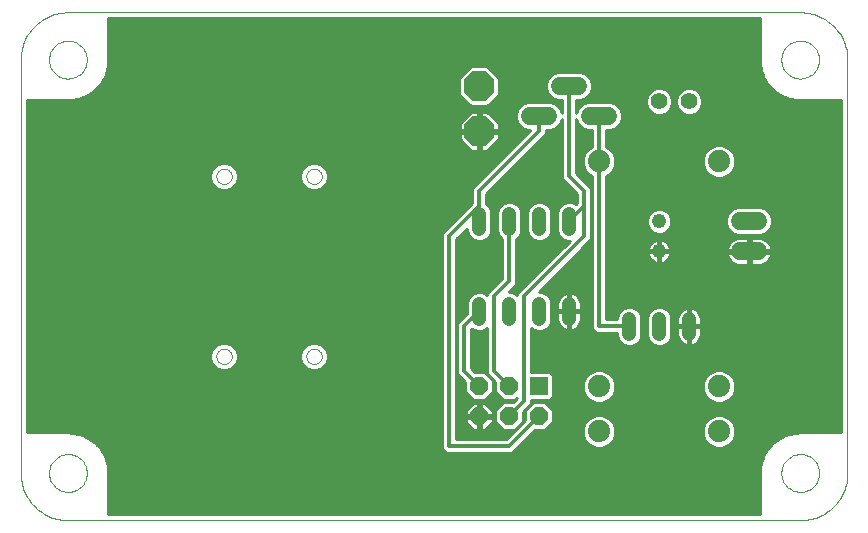
<source format=gtl>
G75*
%MOIN*%
%OFA0B0*%
%FSLAX24Y24*%
%IPPOS*%
%LPD*%
%AMOC8*
5,1,8,0,0,1.08239X$1,22.5*
%
%ADD10C,0.0000*%
%ADD11C,0.0740*%
%ADD12C,0.0480*%
%ADD13C,0.0480*%
%ADD14C,0.0551*%
%ADD15OC8,0.1000*%
%ADD16C,0.0600*%
%ADD17R,0.0600X0.0600*%
%ADD18OC8,0.0600*%
%ADD19C,0.0130*%
%ADD20C,0.0100*%
D10*
X006284Y003416D02*
X030694Y003416D01*
X030064Y004990D02*
X030066Y005040D01*
X030072Y005090D01*
X030082Y005139D01*
X030096Y005187D01*
X030113Y005234D01*
X030134Y005279D01*
X030159Y005323D01*
X030187Y005364D01*
X030219Y005403D01*
X030253Y005440D01*
X030290Y005474D01*
X030330Y005504D01*
X030372Y005531D01*
X030416Y005555D01*
X030462Y005576D01*
X030509Y005592D01*
X030557Y005605D01*
X030607Y005614D01*
X030656Y005619D01*
X030707Y005620D01*
X030757Y005617D01*
X030806Y005610D01*
X030855Y005599D01*
X030903Y005584D01*
X030949Y005566D01*
X030994Y005544D01*
X031037Y005518D01*
X031078Y005489D01*
X031117Y005457D01*
X031153Y005422D01*
X031185Y005384D01*
X031215Y005344D01*
X031242Y005301D01*
X031265Y005257D01*
X031284Y005211D01*
X031300Y005163D01*
X031312Y005114D01*
X031320Y005065D01*
X031324Y005015D01*
X031324Y004965D01*
X031320Y004915D01*
X031312Y004866D01*
X031300Y004817D01*
X031284Y004769D01*
X031265Y004723D01*
X031242Y004679D01*
X031215Y004636D01*
X031185Y004596D01*
X031153Y004558D01*
X031117Y004523D01*
X031078Y004491D01*
X031037Y004462D01*
X030994Y004436D01*
X030949Y004414D01*
X030903Y004396D01*
X030855Y004381D01*
X030806Y004370D01*
X030757Y004363D01*
X030707Y004360D01*
X030656Y004361D01*
X030607Y004366D01*
X030557Y004375D01*
X030509Y004388D01*
X030462Y004404D01*
X030416Y004425D01*
X030372Y004449D01*
X030330Y004476D01*
X030290Y004506D01*
X030253Y004540D01*
X030219Y004577D01*
X030187Y004616D01*
X030159Y004657D01*
X030134Y004701D01*
X030113Y004746D01*
X030096Y004793D01*
X030082Y004841D01*
X030072Y004890D01*
X030066Y004940D01*
X030064Y004990D01*
X030694Y003415D02*
X030771Y003417D01*
X030848Y003423D01*
X030925Y003432D01*
X031001Y003445D01*
X031077Y003462D01*
X031151Y003483D01*
X031225Y003507D01*
X031297Y003535D01*
X031367Y003566D01*
X031436Y003601D01*
X031504Y003639D01*
X031569Y003680D01*
X031632Y003725D01*
X031693Y003773D01*
X031752Y003823D01*
X031808Y003876D01*
X031861Y003932D01*
X031911Y003991D01*
X031959Y004052D01*
X032004Y004115D01*
X032045Y004180D01*
X032083Y004248D01*
X032118Y004317D01*
X032149Y004387D01*
X032177Y004459D01*
X032201Y004533D01*
X032222Y004607D01*
X032239Y004683D01*
X032252Y004759D01*
X032261Y004836D01*
X032267Y004913D01*
X032269Y004990D01*
X032269Y018770D01*
X030064Y018770D02*
X030066Y018820D01*
X030072Y018870D01*
X030082Y018919D01*
X030096Y018967D01*
X030113Y019014D01*
X030134Y019059D01*
X030159Y019103D01*
X030187Y019144D01*
X030219Y019183D01*
X030253Y019220D01*
X030290Y019254D01*
X030330Y019284D01*
X030372Y019311D01*
X030416Y019335D01*
X030462Y019356D01*
X030509Y019372D01*
X030557Y019385D01*
X030607Y019394D01*
X030656Y019399D01*
X030707Y019400D01*
X030757Y019397D01*
X030806Y019390D01*
X030855Y019379D01*
X030903Y019364D01*
X030949Y019346D01*
X030994Y019324D01*
X031037Y019298D01*
X031078Y019269D01*
X031117Y019237D01*
X031153Y019202D01*
X031185Y019164D01*
X031215Y019124D01*
X031242Y019081D01*
X031265Y019037D01*
X031284Y018991D01*
X031300Y018943D01*
X031312Y018894D01*
X031320Y018845D01*
X031324Y018795D01*
X031324Y018745D01*
X031320Y018695D01*
X031312Y018646D01*
X031300Y018597D01*
X031284Y018549D01*
X031265Y018503D01*
X031242Y018459D01*
X031215Y018416D01*
X031185Y018376D01*
X031153Y018338D01*
X031117Y018303D01*
X031078Y018271D01*
X031037Y018242D01*
X030994Y018216D01*
X030949Y018194D01*
X030903Y018176D01*
X030855Y018161D01*
X030806Y018150D01*
X030757Y018143D01*
X030707Y018140D01*
X030656Y018141D01*
X030607Y018146D01*
X030557Y018155D01*
X030509Y018168D01*
X030462Y018184D01*
X030416Y018205D01*
X030372Y018229D01*
X030330Y018256D01*
X030290Y018286D01*
X030253Y018320D01*
X030219Y018357D01*
X030187Y018396D01*
X030159Y018437D01*
X030134Y018481D01*
X030113Y018526D01*
X030096Y018573D01*
X030082Y018621D01*
X030072Y018670D01*
X030066Y018720D01*
X030064Y018770D01*
X030694Y020345D02*
X030771Y020343D01*
X030848Y020337D01*
X030925Y020328D01*
X031001Y020315D01*
X031077Y020298D01*
X031151Y020277D01*
X031225Y020253D01*
X031297Y020225D01*
X031367Y020194D01*
X031436Y020159D01*
X031504Y020121D01*
X031569Y020080D01*
X031632Y020035D01*
X031693Y019987D01*
X031752Y019937D01*
X031808Y019884D01*
X031861Y019828D01*
X031911Y019769D01*
X031959Y019708D01*
X032004Y019645D01*
X032045Y019580D01*
X032083Y019512D01*
X032118Y019443D01*
X032149Y019373D01*
X032177Y019301D01*
X032201Y019227D01*
X032222Y019153D01*
X032239Y019077D01*
X032252Y019001D01*
X032261Y018924D01*
X032267Y018847D01*
X032269Y018770D01*
X030694Y020345D02*
X006284Y020345D01*
X005654Y018770D02*
X005656Y018820D01*
X005662Y018870D01*
X005672Y018919D01*
X005686Y018967D01*
X005703Y019014D01*
X005724Y019059D01*
X005749Y019103D01*
X005777Y019144D01*
X005809Y019183D01*
X005843Y019220D01*
X005880Y019254D01*
X005920Y019284D01*
X005962Y019311D01*
X006006Y019335D01*
X006052Y019356D01*
X006099Y019372D01*
X006147Y019385D01*
X006197Y019394D01*
X006246Y019399D01*
X006297Y019400D01*
X006347Y019397D01*
X006396Y019390D01*
X006445Y019379D01*
X006493Y019364D01*
X006539Y019346D01*
X006584Y019324D01*
X006627Y019298D01*
X006668Y019269D01*
X006707Y019237D01*
X006743Y019202D01*
X006775Y019164D01*
X006805Y019124D01*
X006832Y019081D01*
X006855Y019037D01*
X006874Y018991D01*
X006890Y018943D01*
X006902Y018894D01*
X006910Y018845D01*
X006914Y018795D01*
X006914Y018745D01*
X006910Y018695D01*
X006902Y018646D01*
X006890Y018597D01*
X006874Y018549D01*
X006855Y018503D01*
X006832Y018459D01*
X006805Y018416D01*
X006775Y018376D01*
X006743Y018338D01*
X006707Y018303D01*
X006668Y018271D01*
X006627Y018242D01*
X006584Y018216D01*
X006539Y018194D01*
X006493Y018176D01*
X006445Y018161D01*
X006396Y018150D01*
X006347Y018143D01*
X006297Y018140D01*
X006246Y018141D01*
X006197Y018146D01*
X006147Y018155D01*
X006099Y018168D01*
X006052Y018184D01*
X006006Y018205D01*
X005962Y018229D01*
X005920Y018256D01*
X005880Y018286D01*
X005843Y018320D01*
X005809Y018357D01*
X005777Y018396D01*
X005749Y018437D01*
X005724Y018481D01*
X005703Y018526D01*
X005686Y018573D01*
X005672Y018621D01*
X005662Y018670D01*
X005656Y018720D01*
X005654Y018770D01*
X004709Y018770D02*
X004711Y018847D01*
X004717Y018924D01*
X004726Y019001D01*
X004739Y019077D01*
X004756Y019153D01*
X004777Y019227D01*
X004801Y019301D01*
X004829Y019373D01*
X004860Y019443D01*
X004895Y019512D01*
X004933Y019580D01*
X004974Y019645D01*
X005019Y019708D01*
X005067Y019769D01*
X005117Y019828D01*
X005170Y019884D01*
X005226Y019937D01*
X005285Y019987D01*
X005346Y020035D01*
X005409Y020080D01*
X005474Y020121D01*
X005542Y020159D01*
X005611Y020194D01*
X005681Y020225D01*
X005753Y020253D01*
X005827Y020277D01*
X005901Y020298D01*
X005977Y020315D01*
X006053Y020328D01*
X006130Y020337D01*
X006207Y020343D01*
X006284Y020345D01*
X004709Y018770D02*
X004709Y004990D01*
X005654Y004990D02*
X005656Y005040D01*
X005662Y005090D01*
X005672Y005139D01*
X005686Y005187D01*
X005703Y005234D01*
X005724Y005279D01*
X005749Y005323D01*
X005777Y005364D01*
X005809Y005403D01*
X005843Y005440D01*
X005880Y005474D01*
X005920Y005504D01*
X005962Y005531D01*
X006006Y005555D01*
X006052Y005576D01*
X006099Y005592D01*
X006147Y005605D01*
X006197Y005614D01*
X006246Y005619D01*
X006297Y005620D01*
X006347Y005617D01*
X006396Y005610D01*
X006445Y005599D01*
X006493Y005584D01*
X006539Y005566D01*
X006584Y005544D01*
X006627Y005518D01*
X006668Y005489D01*
X006707Y005457D01*
X006743Y005422D01*
X006775Y005384D01*
X006805Y005344D01*
X006832Y005301D01*
X006855Y005257D01*
X006874Y005211D01*
X006890Y005163D01*
X006902Y005114D01*
X006910Y005065D01*
X006914Y005015D01*
X006914Y004965D01*
X006910Y004915D01*
X006902Y004866D01*
X006890Y004817D01*
X006874Y004769D01*
X006855Y004723D01*
X006832Y004679D01*
X006805Y004636D01*
X006775Y004596D01*
X006743Y004558D01*
X006707Y004523D01*
X006668Y004491D01*
X006627Y004462D01*
X006584Y004436D01*
X006539Y004414D01*
X006493Y004396D01*
X006445Y004381D01*
X006396Y004370D01*
X006347Y004363D01*
X006297Y004360D01*
X006246Y004361D01*
X006197Y004366D01*
X006147Y004375D01*
X006099Y004388D01*
X006052Y004404D01*
X006006Y004425D01*
X005962Y004449D01*
X005920Y004476D01*
X005880Y004506D01*
X005843Y004540D01*
X005809Y004577D01*
X005777Y004616D01*
X005749Y004657D01*
X005724Y004701D01*
X005703Y004746D01*
X005686Y004793D01*
X005672Y004841D01*
X005662Y004890D01*
X005656Y004940D01*
X005654Y004990D01*
X004709Y004990D02*
X004711Y004913D01*
X004717Y004836D01*
X004726Y004759D01*
X004739Y004683D01*
X004756Y004607D01*
X004777Y004533D01*
X004801Y004459D01*
X004829Y004387D01*
X004860Y004317D01*
X004895Y004248D01*
X004933Y004180D01*
X004974Y004115D01*
X005019Y004052D01*
X005067Y003991D01*
X005117Y003932D01*
X005170Y003876D01*
X005226Y003823D01*
X005285Y003773D01*
X005346Y003725D01*
X005409Y003680D01*
X005474Y003639D01*
X005542Y003601D01*
X005611Y003566D01*
X005681Y003535D01*
X005753Y003507D01*
X005827Y003483D01*
X005901Y003462D01*
X005977Y003445D01*
X006053Y003432D01*
X006130Y003423D01*
X006207Y003417D01*
X006284Y003415D01*
X011233Y008880D02*
X011235Y008911D01*
X011241Y008942D01*
X011250Y008972D01*
X011263Y009001D01*
X011280Y009028D01*
X011300Y009052D01*
X011322Y009074D01*
X011348Y009093D01*
X011375Y009109D01*
X011404Y009121D01*
X011434Y009130D01*
X011465Y009135D01*
X011497Y009136D01*
X011528Y009133D01*
X011559Y009126D01*
X011589Y009116D01*
X011617Y009102D01*
X011643Y009084D01*
X011667Y009064D01*
X011688Y009040D01*
X011707Y009015D01*
X011722Y008987D01*
X011733Y008958D01*
X011741Y008927D01*
X011745Y008896D01*
X011745Y008864D01*
X011741Y008833D01*
X011733Y008802D01*
X011722Y008773D01*
X011707Y008745D01*
X011688Y008720D01*
X011667Y008696D01*
X011643Y008676D01*
X011617Y008658D01*
X011589Y008644D01*
X011559Y008634D01*
X011528Y008627D01*
X011497Y008624D01*
X011465Y008625D01*
X011434Y008630D01*
X011404Y008639D01*
X011375Y008651D01*
X011348Y008667D01*
X011322Y008686D01*
X011300Y008708D01*
X011280Y008732D01*
X011263Y008759D01*
X011250Y008788D01*
X011241Y008818D01*
X011235Y008849D01*
X011233Y008880D01*
X014233Y008880D02*
X014235Y008911D01*
X014241Y008942D01*
X014250Y008972D01*
X014263Y009001D01*
X014280Y009028D01*
X014300Y009052D01*
X014322Y009074D01*
X014348Y009093D01*
X014375Y009109D01*
X014404Y009121D01*
X014434Y009130D01*
X014465Y009135D01*
X014497Y009136D01*
X014528Y009133D01*
X014559Y009126D01*
X014589Y009116D01*
X014617Y009102D01*
X014643Y009084D01*
X014667Y009064D01*
X014688Y009040D01*
X014707Y009015D01*
X014722Y008987D01*
X014733Y008958D01*
X014741Y008927D01*
X014745Y008896D01*
X014745Y008864D01*
X014741Y008833D01*
X014733Y008802D01*
X014722Y008773D01*
X014707Y008745D01*
X014688Y008720D01*
X014667Y008696D01*
X014643Y008676D01*
X014617Y008658D01*
X014589Y008644D01*
X014559Y008634D01*
X014528Y008627D01*
X014497Y008624D01*
X014465Y008625D01*
X014434Y008630D01*
X014404Y008639D01*
X014375Y008651D01*
X014348Y008667D01*
X014322Y008686D01*
X014300Y008708D01*
X014280Y008732D01*
X014263Y008759D01*
X014250Y008788D01*
X014241Y008818D01*
X014235Y008849D01*
X014233Y008880D01*
X014233Y014880D02*
X014235Y014911D01*
X014241Y014942D01*
X014250Y014972D01*
X014263Y015001D01*
X014280Y015028D01*
X014300Y015052D01*
X014322Y015074D01*
X014348Y015093D01*
X014375Y015109D01*
X014404Y015121D01*
X014434Y015130D01*
X014465Y015135D01*
X014497Y015136D01*
X014528Y015133D01*
X014559Y015126D01*
X014589Y015116D01*
X014617Y015102D01*
X014643Y015084D01*
X014667Y015064D01*
X014688Y015040D01*
X014707Y015015D01*
X014722Y014987D01*
X014733Y014958D01*
X014741Y014927D01*
X014745Y014896D01*
X014745Y014864D01*
X014741Y014833D01*
X014733Y014802D01*
X014722Y014773D01*
X014707Y014745D01*
X014688Y014720D01*
X014667Y014696D01*
X014643Y014676D01*
X014617Y014658D01*
X014589Y014644D01*
X014559Y014634D01*
X014528Y014627D01*
X014497Y014624D01*
X014465Y014625D01*
X014434Y014630D01*
X014404Y014639D01*
X014375Y014651D01*
X014348Y014667D01*
X014322Y014686D01*
X014300Y014708D01*
X014280Y014732D01*
X014263Y014759D01*
X014250Y014788D01*
X014241Y014818D01*
X014235Y014849D01*
X014233Y014880D01*
X011233Y014880D02*
X011235Y014911D01*
X011241Y014942D01*
X011250Y014972D01*
X011263Y015001D01*
X011280Y015028D01*
X011300Y015052D01*
X011322Y015074D01*
X011348Y015093D01*
X011375Y015109D01*
X011404Y015121D01*
X011434Y015130D01*
X011465Y015135D01*
X011497Y015136D01*
X011528Y015133D01*
X011559Y015126D01*
X011589Y015116D01*
X011617Y015102D01*
X011643Y015084D01*
X011667Y015064D01*
X011688Y015040D01*
X011707Y015015D01*
X011722Y014987D01*
X011733Y014958D01*
X011741Y014927D01*
X011745Y014896D01*
X011745Y014864D01*
X011741Y014833D01*
X011733Y014802D01*
X011722Y014773D01*
X011707Y014745D01*
X011688Y014720D01*
X011667Y014696D01*
X011643Y014676D01*
X011617Y014658D01*
X011589Y014644D01*
X011559Y014634D01*
X011528Y014627D01*
X011497Y014624D01*
X011465Y014625D01*
X011434Y014630D01*
X011404Y014639D01*
X011375Y014651D01*
X011348Y014667D01*
X011322Y014686D01*
X011300Y014708D01*
X011280Y014732D01*
X011263Y014759D01*
X011250Y014788D01*
X011241Y014818D01*
X011235Y014849D01*
X011233Y014880D01*
D11*
X023989Y015380D03*
X027989Y015380D03*
X027989Y007880D03*
X027989Y006380D03*
X023989Y006380D03*
X023989Y007880D03*
D12*
X024989Y009640D02*
X024989Y010120D01*
X025989Y010120D02*
X025989Y009640D01*
X026989Y009640D02*
X026989Y010120D01*
X022989Y010140D02*
X022989Y010620D01*
X021989Y010620D02*
X021989Y010140D01*
X020989Y010140D02*
X020989Y010620D01*
X019989Y010620D02*
X019989Y010140D01*
X019989Y013140D02*
X019989Y013620D01*
X020989Y013620D02*
X020989Y013140D01*
X021989Y013140D02*
X021989Y013620D01*
X022989Y013620D02*
X022989Y013140D01*
D13*
X025989Y013380D03*
X025989Y012380D03*
D14*
X025989Y017380D03*
X026989Y017380D03*
D15*
X019989Y017880D03*
X019989Y016380D03*
D16*
X021689Y016880D02*
X022289Y016880D01*
X022689Y017880D02*
X023289Y017880D01*
X023689Y016880D02*
X024289Y016880D01*
X028689Y013380D02*
X029289Y013380D01*
X029289Y012380D02*
X028689Y012380D01*
D17*
X021989Y007880D03*
D18*
X020989Y007880D03*
X019989Y007880D03*
X019989Y006880D03*
X020989Y006880D03*
X021989Y006880D03*
D19*
X020989Y005880D01*
X018989Y005880D01*
X018989Y012880D01*
X019989Y013880D01*
X019989Y013380D01*
X020989Y013380D02*
X020989Y011380D01*
X020489Y010880D01*
X020489Y008380D01*
X020989Y007880D01*
X021489Y007380D02*
X021489Y010880D01*
X023489Y012880D01*
X023489Y013880D01*
X023489Y014380D01*
X022989Y014880D01*
X022989Y017880D01*
X023989Y016880D02*
X023989Y015380D01*
X023989Y009880D01*
X024989Y009880D01*
X021489Y007380D02*
X020989Y006880D01*
X019989Y007880D02*
X019489Y008380D01*
X019489Y009880D01*
X019989Y010380D01*
X022989Y013380D02*
X023489Y013880D01*
X021989Y016380D02*
X019989Y014380D01*
X019989Y013880D01*
X021989Y016380D02*
X021989Y016880D01*
D20*
X022224Y016410D02*
X022382Y016410D01*
X022555Y016482D01*
X022687Y016614D01*
X022754Y016775D01*
X022754Y014783D01*
X022892Y014645D01*
X023254Y014283D01*
X023254Y013978D01*
X023233Y013956D01*
X023221Y013968D01*
X023071Y014030D01*
X022907Y014030D01*
X022757Y013968D01*
X022641Y013852D01*
X022579Y013702D01*
X022579Y013059D01*
X022641Y012908D01*
X022757Y012793D01*
X022907Y012730D01*
X023007Y012730D01*
X021254Y010978D01*
X021254Y010935D01*
X021221Y010968D01*
X021071Y011030D01*
X020971Y011030D01*
X021224Y011283D01*
X021224Y012795D01*
X021337Y012908D01*
X021399Y013059D01*
X021399Y013702D01*
X021337Y013852D01*
X021221Y013968D01*
X021071Y014030D01*
X020907Y014030D01*
X020757Y013968D01*
X020641Y013852D01*
X020579Y013702D01*
X020579Y013059D01*
X020641Y012908D01*
X020754Y012795D01*
X020754Y011478D01*
X020392Y011115D01*
X020254Y010978D01*
X020254Y010935D01*
X020221Y010968D01*
X020071Y011030D01*
X019907Y011030D01*
X019757Y010968D01*
X019641Y010852D01*
X019579Y010702D01*
X019579Y010303D01*
X019392Y010115D01*
X019254Y009978D01*
X019254Y008283D01*
X019519Y008018D01*
X019519Y007686D01*
X019794Y007410D01*
X020184Y007410D01*
X020459Y007686D01*
X020459Y008075D01*
X020184Y008350D01*
X019851Y008350D01*
X019724Y008478D01*
X019724Y009783D01*
X019745Y009804D01*
X019757Y009793D01*
X019907Y009730D01*
X020071Y009730D01*
X020221Y009793D01*
X020254Y009825D01*
X020254Y008283D01*
X020519Y008018D01*
X020519Y007686D01*
X020794Y007410D01*
X021184Y007410D01*
X021254Y007481D01*
X021254Y007478D01*
X021127Y007350D01*
X020794Y007350D01*
X020519Y007075D01*
X020519Y006686D01*
X020794Y006410D01*
X021184Y006410D01*
X021459Y006686D01*
X021459Y007018D01*
X021586Y007145D01*
X021724Y007283D01*
X021724Y007410D01*
X022359Y007410D01*
X022459Y007510D01*
X022459Y008251D01*
X022359Y008350D01*
X021724Y008350D01*
X021724Y009825D01*
X021757Y009793D01*
X021907Y009730D01*
X022071Y009730D01*
X022221Y009793D01*
X022337Y009908D01*
X022399Y010059D01*
X022399Y010702D01*
X022337Y010852D01*
X022221Y010968D01*
X022071Y011030D01*
X021971Y011030D01*
X023586Y012645D01*
X023724Y012783D01*
X023724Y014478D01*
X023224Y014978D01*
X023224Y016775D01*
X023291Y016614D01*
X023423Y016482D01*
X023595Y016410D01*
X023754Y016410D01*
X023754Y015867D01*
X023683Y015838D01*
X023531Y015686D01*
X023449Y015488D01*
X023449Y015273D01*
X023531Y015074D01*
X023683Y014922D01*
X023754Y014893D01*
X023754Y009783D01*
X023892Y009645D01*
X024579Y009645D01*
X024579Y009559D01*
X024641Y009408D01*
X024757Y009293D01*
X024907Y009230D01*
X025071Y009230D01*
X025221Y009293D01*
X025337Y009408D01*
X025399Y009559D01*
X025399Y010202D01*
X025337Y010352D01*
X025221Y010468D01*
X025071Y010530D01*
X024907Y010530D01*
X024757Y010468D01*
X024641Y010352D01*
X024579Y010202D01*
X024579Y010115D01*
X024224Y010115D01*
X024224Y014893D01*
X024295Y014922D01*
X024447Y015074D01*
X024529Y015273D01*
X024529Y015488D01*
X024447Y015686D01*
X024295Y015838D01*
X024224Y015867D01*
X024224Y016410D01*
X024382Y016410D01*
X024555Y016482D01*
X024687Y016614D01*
X024759Y016787D01*
X024759Y016974D01*
X024687Y017146D01*
X024555Y017279D01*
X024382Y017350D01*
X023595Y017350D01*
X023423Y017279D01*
X023291Y017146D01*
X023224Y016986D01*
X023224Y017410D01*
X023382Y017410D01*
X023555Y017482D01*
X023687Y017614D01*
X023759Y017787D01*
X023759Y017974D01*
X023687Y018146D01*
X023555Y018279D01*
X023382Y018350D01*
X022595Y018350D01*
X022423Y018279D01*
X022291Y018146D01*
X022219Y017974D01*
X022219Y017787D01*
X022291Y017614D01*
X022423Y017482D01*
X022595Y017410D01*
X022754Y017410D01*
X022754Y016986D01*
X022687Y017146D01*
X022555Y017279D01*
X022382Y017350D01*
X021595Y017350D01*
X021423Y017279D01*
X021291Y017146D01*
X021219Y016974D01*
X021219Y016787D01*
X021291Y016614D01*
X021423Y016482D01*
X021595Y016410D01*
X021687Y016410D01*
X019754Y014478D01*
X019754Y013978D01*
X018754Y012978D01*
X018754Y005783D01*
X018892Y005645D01*
X021086Y005645D01*
X021224Y005783D01*
X021851Y006410D01*
X022184Y006410D01*
X022459Y006686D01*
X022459Y007075D01*
X022184Y007350D01*
X021794Y007350D01*
X021519Y007075D01*
X021519Y006743D01*
X020892Y006115D01*
X019224Y006115D01*
X019224Y012783D01*
X019579Y013138D01*
X019579Y013059D01*
X019641Y012908D01*
X019757Y012793D01*
X019907Y012730D01*
X020071Y012730D01*
X020221Y012793D01*
X020337Y012908D01*
X020399Y013059D01*
X020399Y013702D01*
X020337Y013852D01*
X020224Y013965D01*
X020224Y014283D01*
X022086Y016145D01*
X022224Y016283D01*
X022224Y016410D01*
X022224Y016397D02*
X022754Y016397D01*
X022754Y016299D02*
X022224Y016299D01*
X022141Y016200D02*
X022754Y016200D01*
X022754Y016102D02*
X022043Y016102D01*
X021944Y016003D02*
X022754Y016003D01*
X022754Y015905D02*
X021846Y015905D01*
X021747Y015806D02*
X022754Y015806D01*
X022754Y015708D02*
X021649Y015708D01*
X021550Y015609D02*
X022754Y015609D01*
X022754Y015511D02*
X021452Y015511D01*
X021353Y015412D02*
X022754Y015412D01*
X022754Y015314D02*
X021255Y015314D01*
X021156Y015215D02*
X022754Y015215D01*
X022754Y015117D02*
X021058Y015117D01*
X020959Y015018D02*
X022754Y015018D01*
X022754Y014920D02*
X020861Y014920D01*
X020762Y014821D02*
X022754Y014821D01*
X022814Y014723D02*
X020664Y014723D01*
X020565Y014624D02*
X022913Y014624D01*
X023011Y014526D02*
X020467Y014526D01*
X020368Y014427D02*
X023110Y014427D01*
X023208Y014329D02*
X020270Y014329D01*
X020224Y014230D02*
X023254Y014230D01*
X023254Y014132D02*
X020224Y014132D01*
X020224Y014033D02*
X023254Y014033D01*
X023724Y014033D02*
X023754Y014033D01*
X023754Y013935D02*
X023724Y013935D01*
X023724Y013836D02*
X023754Y013836D01*
X023754Y013738D02*
X023724Y013738D01*
X023724Y013639D02*
X023754Y013639D01*
X023754Y013541D02*
X023724Y013541D01*
X023724Y013442D02*
X023754Y013442D01*
X023754Y013344D02*
X023724Y013344D01*
X023724Y013245D02*
X023754Y013245D01*
X023754Y013147D02*
X023724Y013147D01*
X023724Y013048D02*
X023754Y013048D01*
X023754Y012950D02*
X023724Y012950D01*
X023724Y012851D02*
X023754Y012851D01*
X023754Y012753D02*
X023694Y012753D01*
X023754Y012654D02*
X023595Y012654D01*
X023497Y012556D02*
X023754Y012556D01*
X023754Y012457D02*
X023398Y012457D01*
X023300Y012359D02*
X023754Y012359D01*
X023754Y012260D02*
X023201Y012260D01*
X023103Y012162D02*
X023754Y012162D01*
X023754Y012063D02*
X023004Y012063D01*
X022906Y011965D02*
X023754Y011965D01*
X023754Y011866D02*
X022807Y011866D01*
X022709Y011768D02*
X023754Y011768D01*
X023754Y011669D02*
X022610Y011669D01*
X022512Y011571D02*
X023754Y011571D01*
X023754Y011472D02*
X022413Y011472D01*
X022315Y011374D02*
X023754Y011374D01*
X023754Y011275D02*
X022216Y011275D01*
X022118Y011177D02*
X023754Y011177D01*
X023754Y011078D02*
X022019Y011078D01*
X022192Y010980D02*
X022838Y010980D01*
X022804Y010966D02*
X022740Y010923D01*
X022686Y010869D01*
X022643Y010805D01*
X022614Y010734D01*
X022599Y010659D01*
X022599Y010410D01*
X022959Y010410D01*
X022959Y010350D01*
X023019Y010350D01*
X023019Y009750D01*
X023027Y009750D01*
X023103Y009765D01*
X023174Y009795D01*
X023238Y009837D01*
X023292Y009892D01*
X023335Y009955D01*
X023364Y010026D01*
X023379Y010102D01*
X023379Y010350D01*
X023019Y010350D01*
X023019Y010410D01*
X023379Y010410D01*
X023379Y010659D01*
X023364Y010734D01*
X023335Y010805D01*
X023292Y010869D01*
X023238Y010923D01*
X023174Y010966D01*
X023103Y010995D01*
X023027Y011010D01*
X023019Y011010D01*
X023019Y010410D01*
X022959Y010410D01*
X022959Y011010D01*
X022951Y011010D01*
X022875Y010995D01*
X022804Y010966D01*
X022698Y010881D02*
X022308Y010881D01*
X022365Y010783D02*
X022634Y010783D01*
X022604Y010684D02*
X022399Y010684D01*
X022399Y010586D02*
X022599Y010586D01*
X022599Y010487D02*
X022399Y010487D01*
X022399Y010389D02*
X022959Y010389D01*
X022959Y010350D02*
X022599Y010350D01*
X022599Y010102D01*
X022614Y010026D01*
X022643Y009955D01*
X022686Y009892D01*
X022740Y009837D01*
X022804Y009795D01*
X022875Y009765D01*
X022951Y009750D01*
X022959Y009750D01*
X022959Y010350D01*
X022959Y010290D02*
X023019Y010290D01*
X023019Y010192D02*
X022959Y010192D01*
X022959Y010093D02*
X023019Y010093D01*
X023019Y009995D02*
X022959Y009995D01*
X022959Y009896D02*
X023019Y009896D01*
X023019Y009798D02*
X022959Y009798D01*
X022800Y009798D02*
X022226Y009798D01*
X022325Y009896D02*
X022683Y009896D01*
X022627Y009995D02*
X022372Y009995D01*
X022399Y010093D02*
X022601Y010093D01*
X022599Y010192D02*
X022399Y010192D01*
X022399Y010290D02*
X022599Y010290D01*
X022959Y010487D02*
X023019Y010487D01*
X023019Y010389D02*
X023754Y010389D01*
X023754Y010487D02*
X023379Y010487D01*
X023379Y010586D02*
X023754Y010586D01*
X023754Y010684D02*
X023374Y010684D01*
X023344Y010783D02*
X023754Y010783D01*
X023754Y010881D02*
X023280Y010881D01*
X023140Y010980D02*
X023754Y010980D01*
X024224Y010980D02*
X032069Y010980D01*
X032069Y011078D02*
X024224Y011078D01*
X024224Y011177D02*
X032069Y011177D01*
X032069Y011275D02*
X024224Y011275D01*
X024224Y011374D02*
X032069Y011374D01*
X032069Y011472D02*
X024224Y011472D01*
X024224Y011571D02*
X032069Y011571D01*
X032069Y011669D02*
X024224Y011669D01*
X024224Y011768D02*
X032069Y011768D01*
X032069Y011866D02*
X024224Y011866D01*
X024224Y011965D02*
X028513Y011965D01*
X028516Y011963D02*
X028584Y011941D01*
X028654Y011930D01*
X028939Y011930D01*
X028939Y012330D01*
X029039Y012330D01*
X029039Y011930D01*
X029324Y011930D01*
X029394Y011941D01*
X029462Y011963D01*
X029525Y011995D01*
X029582Y012037D01*
X029632Y012087D01*
X029674Y012144D01*
X029706Y012207D01*
X029728Y012275D01*
X029737Y012330D01*
X029039Y012330D01*
X029039Y012430D01*
X029737Y012430D01*
X029728Y012486D01*
X029706Y012553D01*
X029674Y012616D01*
X029632Y012673D01*
X029582Y012723D01*
X029525Y012765D01*
X029462Y012797D01*
X029394Y012819D01*
X029324Y012830D01*
X029039Y012830D01*
X029039Y012430D01*
X028939Y012430D01*
X028939Y012330D01*
X028241Y012330D01*
X028250Y012275D01*
X028272Y012207D01*
X028304Y012144D01*
X028346Y012087D01*
X028396Y012037D01*
X028453Y011995D01*
X028516Y011963D01*
X028370Y012063D02*
X026217Y012063D01*
X026238Y012077D02*
X026292Y012132D01*
X026335Y012195D01*
X026364Y012266D01*
X026379Y012342D01*
X026379Y012350D01*
X026019Y012350D01*
X026019Y011990D01*
X026027Y011990D01*
X026103Y012005D01*
X026174Y012035D01*
X026238Y012077D01*
X026312Y012162D02*
X028295Y012162D01*
X028255Y012260D02*
X026361Y012260D01*
X026379Y012410D02*
X026379Y012419D01*
X026364Y012494D01*
X026335Y012565D01*
X026292Y012629D01*
X026238Y012683D01*
X026174Y012726D01*
X026103Y012755D01*
X026027Y012770D01*
X026019Y012770D01*
X026019Y012410D01*
X026379Y012410D01*
X026371Y012457D02*
X028246Y012457D01*
X028241Y012430D02*
X028939Y012430D01*
X028939Y012830D01*
X028654Y012830D01*
X028584Y012819D01*
X028516Y012797D01*
X028453Y012765D01*
X028396Y012723D01*
X028346Y012673D01*
X028304Y012616D01*
X028272Y012553D01*
X028250Y012486D01*
X028241Y012430D01*
X028273Y012556D02*
X026338Y012556D01*
X026266Y012654D02*
X028332Y012654D01*
X028436Y012753D02*
X026109Y012753D01*
X026019Y012753D02*
X025959Y012753D01*
X025959Y012770D02*
X025951Y012770D01*
X025875Y012755D01*
X025804Y012726D01*
X025740Y012683D01*
X025686Y012629D01*
X025643Y012565D01*
X025614Y012494D01*
X025599Y012419D01*
X025599Y012410D01*
X025959Y012410D01*
X025959Y012350D01*
X026019Y012350D01*
X026019Y012410D01*
X025959Y012410D01*
X025959Y012770D01*
X025869Y012753D02*
X024224Y012753D01*
X024224Y012851D02*
X032069Y012851D01*
X032069Y012753D02*
X029542Y012753D01*
X029646Y012654D02*
X032069Y012654D01*
X032069Y012556D02*
X029705Y012556D01*
X029732Y012457D02*
X032069Y012457D01*
X032069Y012359D02*
X029039Y012359D01*
X029039Y012457D02*
X028939Y012457D01*
X028939Y012359D02*
X026019Y012359D01*
X025959Y012359D02*
X024224Y012359D01*
X024224Y012457D02*
X025607Y012457D01*
X025640Y012556D02*
X024224Y012556D01*
X024224Y012654D02*
X025711Y012654D01*
X025959Y012654D02*
X026019Y012654D01*
X026019Y012556D02*
X025959Y012556D01*
X025959Y012457D02*
X026019Y012457D01*
X025959Y012350D02*
X025599Y012350D01*
X025599Y012342D01*
X025614Y012266D01*
X025643Y012195D01*
X025686Y012132D01*
X025740Y012077D01*
X025804Y012035D01*
X025875Y012005D01*
X025951Y011990D01*
X025959Y011990D01*
X025959Y012350D01*
X025959Y012260D02*
X026019Y012260D01*
X026019Y012162D02*
X025959Y012162D01*
X025959Y012063D02*
X026019Y012063D01*
X025761Y012063D02*
X024224Y012063D01*
X024224Y012162D02*
X025666Y012162D01*
X025617Y012260D02*
X024224Y012260D01*
X024224Y012950D02*
X028500Y012950D01*
X028423Y012982D02*
X028595Y012910D01*
X029382Y012910D01*
X029555Y012982D01*
X029687Y013114D01*
X029759Y013287D01*
X029759Y013474D01*
X029687Y013646D01*
X029555Y013779D01*
X029382Y013850D01*
X028595Y013850D01*
X028423Y013779D01*
X028291Y013646D01*
X028219Y013474D01*
X028219Y013287D01*
X028291Y013114D01*
X028423Y012982D01*
X028356Y013048D02*
X026237Y013048D01*
X026221Y013033D02*
X026337Y013148D01*
X026399Y013299D01*
X026399Y013462D01*
X026337Y013612D01*
X026221Y013728D01*
X026071Y013790D01*
X025907Y013790D01*
X025757Y013728D01*
X025641Y013612D01*
X025579Y013462D01*
X025579Y013299D01*
X025641Y013148D01*
X025757Y013033D01*
X025907Y012970D01*
X026071Y012970D01*
X026221Y013033D01*
X026335Y013147D02*
X028277Y013147D01*
X028236Y013245D02*
X026377Y013245D01*
X026399Y013344D02*
X028219Y013344D01*
X028219Y013442D02*
X026399Y013442D01*
X026366Y013541D02*
X028247Y013541D01*
X028288Y013639D02*
X026310Y013639D01*
X026197Y013738D02*
X028382Y013738D01*
X028562Y013836D02*
X024224Y013836D01*
X024224Y013738D02*
X025781Y013738D01*
X025668Y013639D02*
X024224Y013639D01*
X024224Y013541D02*
X025612Y013541D01*
X025579Y013442D02*
X024224Y013442D01*
X024224Y013344D02*
X025579Y013344D01*
X025601Y013245D02*
X024224Y013245D01*
X024224Y013147D02*
X025643Y013147D01*
X025741Y013048D02*
X024224Y013048D01*
X022931Y012654D02*
X021224Y012654D01*
X021224Y012556D02*
X022832Y012556D01*
X022734Y012457D02*
X021224Y012457D01*
X021224Y012359D02*
X022635Y012359D01*
X022537Y012260D02*
X021224Y012260D01*
X021224Y012162D02*
X022438Y012162D01*
X022340Y012063D02*
X021224Y012063D01*
X021224Y011965D02*
X022241Y011965D01*
X022143Y011866D02*
X021224Y011866D01*
X021224Y011768D02*
X022044Y011768D01*
X021946Y011669D02*
X021224Y011669D01*
X021224Y011571D02*
X021847Y011571D01*
X021749Y011472D02*
X021224Y011472D01*
X021224Y011374D02*
X021650Y011374D01*
X021552Y011275D02*
X021216Y011275D01*
X021118Y011177D02*
X021453Y011177D01*
X021355Y011078D02*
X021019Y011078D01*
X021192Y010980D02*
X021256Y010980D01*
X020749Y011472D02*
X019224Y011472D01*
X019224Y011374D02*
X020650Y011374D01*
X020552Y011275D02*
X019224Y011275D01*
X019224Y011177D02*
X020453Y011177D01*
X020355Y011078D02*
X019224Y011078D01*
X019224Y010980D02*
X019786Y010980D01*
X019670Y010881D02*
X019224Y010881D01*
X019224Y010783D02*
X019613Y010783D01*
X019579Y010684D02*
X019224Y010684D01*
X019224Y010586D02*
X019579Y010586D01*
X019579Y010487D02*
X019224Y010487D01*
X019224Y010389D02*
X019579Y010389D01*
X019567Y010290D02*
X019224Y010290D01*
X019224Y010192D02*
X019468Y010192D01*
X019370Y010093D02*
X019224Y010093D01*
X019224Y009995D02*
X019271Y009995D01*
X019254Y009896D02*
X019224Y009896D01*
X019224Y009798D02*
X019254Y009798D01*
X019254Y009699D02*
X019224Y009699D01*
X019224Y009601D02*
X019254Y009601D01*
X019254Y009502D02*
X019224Y009502D01*
X019224Y009404D02*
X019254Y009404D01*
X019254Y009305D02*
X019224Y009305D01*
X019224Y009207D02*
X019254Y009207D01*
X019254Y009108D02*
X019224Y009108D01*
X019224Y009010D02*
X019254Y009010D01*
X019254Y008911D02*
X019224Y008911D01*
X019224Y008813D02*
X019254Y008813D01*
X019254Y008714D02*
X019224Y008714D01*
X019224Y008616D02*
X019254Y008616D01*
X019254Y008517D02*
X019224Y008517D01*
X019224Y008419D02*
X019254Y008419D01*
X019254Y008320D02*
X019224Y008320D01*
X019224Y008222D02*
X019315Y008222D01*
X019224Y008123D02*
X019414Y008123D01*
X019512Y008025D02*
X019224Y008025D01*
X019224Y007926D02*
X019519Y007926D01*
X019519Y007828D02*
X019224Y007828D01*
X019224Y007729D02*
X019519Y007729D01*
X019574Y007631D02*
X019224Y007631D01*
X019224Y007532D02*
X019672Y007532D01*
X019771Y007434D02*
X019224Y007434D01*
X019224Y007335D02*
X020779Y007335D01*
X020771Y007434D02*
X020207Y007434D01*
X020175Y007330D02*
X020039Y007330D01*
X020039Y006930D01*
X020439Y006930D01*
X020439Y007067D01*
X020175Y007330D01*
X020269Y007237D02*
X020681Y007237D01*
X020582Y007138D02*
X020367Y007138D01*
X020439Y007040D02*
X020519Y007040D01*
X020519Y006941D02*
X020439Y006941D01*
X020439Y006830D02*
X020039Y006830D01*
X020039Y006430D01*
X020175Y006430D01*
X020439Y006694D01*
X020439Y006830D01*
X020519Y006843D02*
X020039Y006843D01*
X020039Y006830D02*
X020039Y006930D01*
X019939Y006930D01*
X019939Y006830D01*
X020039Y006830D01*
X020039Y006744D02*
X019939Y006744D01*
X019939Y006830D02*
X019939Y006430D01*
X019803Y006430D01*
X019539Y006694D01*
X019539Y006830D01*
X019939Y006830D01*
X019939Y006843D02*
X019224Y006843D01*
X019224Y006941D02*
X019539Y006941D01*
X019539Y006930D02*
X019939Y006930D01*
X019939Y007330D01*
X019803Y007330D01*
X019539Y007067D01*
X019539Y006930D01*
X019539Y007040D02*
X019224Y007040D01*
X019224Y007138D02*
X019611Y007138D01*
X019709Y007237D02*
X019224Y007237D01*
X018754Y007237D02*
X004909Y007237D01*
X004909Y007335D02*
X018754Y007335D01*
X018754Y007434D02*
X004909Y007434D01*
X004909Y007532D02*
X018754Y007532D01*
X018754Y007631D02*
X004909Y007631D01*
X004909Y007729D02*
X018754Y007729D01*
X018754Y007828D02*
X004909Y007828D01*
X004909Y007926D02*
X018754Y007926D01*
X018754Y008025D02*
X004909Y008025D01*
X004909Y008123D02*
X018754Y008123D01*
X018754Y008222D02*
X004909Y008222D01*
X004909Y008320D02*
X018754Y008320D01*
X018754Y008419D02*
X004909Y008419D01*
X004909Y008517D02*
X011207Y008517D01*
X011231Y008494D02*
X011398Y008424D01*
X011580Y008424D01*
X011747Y008494D01*
X011875Y008622D01*
X011945Y008789D01*
X011945Y008971D01*
X011875Y009138D01*
X011747Y009267D01*
X011580Y009336D01*
X011398Y009336D01*
X011231Y009267D01*
X011102Y009138D01*
X011033Y008971D01*
X011033Y008789D01*
X011102Y008622D01*
X011231Y008494D01*
X011109Y008616D02*
X004909Y008616D01*
X004909Y008714D02*
X011064Y008714D01*
X011033Y008813D02*
X004909Y008813D01*
X004909Y008911D02*
X011033Y008911D01*
X011049Y009010D02*
X004909Y009010D01*
X004909Y009108D02*
X011090Y009108D01*
X011171Y009207D02*
X004909Y009207D01*
X004909Y009305D02*
X011324Y009305D01*
X011654Y009305D02*
X014324Y009305D01*
X014398Y009336D02*
X014231Y009267D01*
X014102Y009138D01*
X014033Y008971D01*
X014033Y008789D01*
X014102Y008622D01*
X014231Y008494D01*
X014398Y008424D01*
X014580Y008424D01*
X014747Y008494D01*
X014875Y008622D01*
X014945Y008789D01*
X014945Y008971D01*
X014875Y009138D01*
X014747Y009267D01*
X014580Y009336D01*
X014398Y009336D01*
X014654Y009305D02*
X018754Y009305D01*
X018754Y009207D02*
X014807Y009207D01*
X014888Y009108D02*
X018754Y009108D01*
X018754Y009010D02*
X014929Y009010D01*
X014945Y008911D02*
X018754Y008911D01*
X018754Y008813D02*
X014945Y008813D01*
X014914Y008714D02*
X018754Y008714D01*
X018754Y008616D02*
X014869Y008616D01*
X014771Y008517D02*
X018754Y008517D01*
X019724Y008517D02*
X020254Y008517D01*
X020254Y008419D02*
X019783Y008419D01*
X019724Y008616D02*
X020254Y008616D01*
X020254Y008714D02*
X019724Y008714D01*
X019724Y008813D02*
X020254Y008813D01*
X020254Y008911D02*
X019724Y008911D01*
X019724Y009010D02*
X020254Y009010D01*
X020254Y009108D02*
X019724Y009108D01*
X019724Y009207D02*
X020254Y009207D01*
X020254Y009305D02*
X019724Y009305D01*
X019724Y009404D02*
X020254Y009404D01*
X020254Y009502D02*
X019724Y009502D01*
X019724Y009601D02*
X020254Y009601D01*
X020254Y009699D02*
X019724Y009699D01*
X019739Y009798D02*
X019752Y009798D01*
X020226Y009798D02*
X020254Y009798D01*
X021724Y009798D02*
X021752Y009798D01*
X021724Y009699D02*
X023838Y009699D01*
X023754Y009798D02*
X023178Y009798D01*
X023295Y009896D02*
X023754Y009896D01*
X023754Y009995D02*
X023351Y009995D01*
X023377Y010093D02*
X023754Y010093D01*
X023754Y010192D02*
X023379Y010192D01*
X023379Y010290D02*
X023754Y010290D01*
X024224Y010290D02*
X024616Y010290D01*
X024579Y010192D02*
X024224Y010192D01*
X024224Y010389D02*
X024678Y010389D01*
X024804Y010487D02*
X024224Y010487D01*
X024224Y010586D02*
X032069Y010586D01*
X032069Y010684D02*
X024224Y010684D01*
X024224Y010783D02*
X032069Y010783D01*
X032069Y010881D02*
X024224Y010881D01*
X025174Y010487D02*
X025804Y010487D01*
X025757Y010468D02*
X025907Y010530D01*
X026071Y010530D01*
X026221Y010468D01*
X026337Y010352D01*
X026399Y010202D01*
X026399Y009559D01*
X026337Y009408D01*
X026221Y009293D01*
X026071Y009230D01*
X025907Y009230D01*
X025757Y009293D01*
X025641Y009408D01*
X025579Y009559D01*
X025579Y010202D01*
X025641Y010352D01*
X025757Y010468D01*
X025678Y010389D02*
X025300Y010389D01*
X025362Y010290D02*
X025616Y010290D01*
X025579Y010192D02*
X025399Y010192D01*
X025399Y010093D02*
X025579Y010093D01*
X025579Y009995D02*
X025399Y009995D01*
X025399Y009896D02*
X025579Y009896D01*
X025579Y009798D02*
X025399Y009798D01*
X025399Y009699D02*
X025579Y009699D01*
X025579Y009601D02*
X025399Y009601D01*
X025376Y009502D02*
X025602Y009502D01*
X025646Y009404D02*
X025332Y009404D01*
X025234Y009305D02*
X025744Y009305D01*
X026234Y009305D02*
X026788Y009305D01*
X026804Y009295D02*
X026740Y009337D01*
X026686Y009392D01*
X026643Y009455D01*
X026614Y009526D01*
X026599Y009602D01*
X026599Y009850D01*
X026959Y009850D01*
X027019Y009850D01*
X027019Y009250D01*
X027027Y009250D01*
X027103Y009265D01*
X027174Y009295D01*
X027238Y009337D01*
X027292Y009392D01*
X027335Y009455D01*
X027364Y009526D01*
X027379Y009602D01*
X027379Y009850D01*
X027019Y009850D01*
X027019Y009910D01*
X027379Y009910D01*
X027379Y010159D01*
X027364Y010234D01*
X027335Y010305D01*
X027292Y010369D01*
X027238Y010423D01*
X027174Y010466D01*
X027103Y010495D01*
X027027Y010510D01*
X027019Y010510D01*
X027019Y009910D01*
X026959Y009910D01*
X026959Y009850D01*
X026959Y009250D01*
X026951Y009250D01*
X026875Y009265D01*
X026804Y009295D01*
X026959Y009305D02*
X027019Y009305D01*
X027019Y009404D02*
X026959Y009404D01*
X026959Y009502D02*
X027019Y009502D01*
X027019Y009601D02*
X026959Y009601D01*
X026959Y009699D02*
X027019Y009699D01*
X027019Y009798D02*
X026959Y009798D01*
X026959Y009896D02*
X026399Y009896D01*
X026399Y009798D02*
X026599Y009798D01*
X026599Y009699D02*
X026399Y009699D01*
X026399Y009601D02*
X026599Y009601D01*
X026624Y009502D02*
X026376Y009502D01*
X026332Y009404D02*
X026678Y009404D01*
X027190Y009305D02*
X032069Y009305D01*
X032069Y009207D02*
X021724Y009207D01*
X021724Y009305D02*
X024744Y009305D01*
X024646Y009404D02*
X021724Y009404D01*
X021724Y009502D02*
X024602Y009502D01*
X024579Y009601D02*
X021724Y009601D01*
X021724Y009108D02*
X032069Y009108D01*
X032069Y009010D02*
X021724Y009010D01*
X021724Y008911D02*
X032069Y008911D01*
X032069Y008813D02*
X021724Y008813D01*
X021724Y008714D02*
X032069Y008714D01*
X032069Y008616D02*
X021724Y008616D01*
X021724Y008517D02*
X032069Y008517D01*
X032069Y008419D02*
X028100Y008419D01*
X028096Y008420D02*
X027882Y008420D01*
X027683Y008338D01*
X027531Y008186D01*
X027449Y007988D01*
X027449Y007773D01*
X027531Y007574D01*
X027683Y007422D01*
X027882Y007340D01*
X028096Y007340D01*
X028295Y007422D01*
X028447Y007574D01*
X028529Y007773D01*
X028529Y007988D01*
X028447Y008186D01*
X028295Y008338D01*
X028096Y008420D01*
X027878Y008419D02*
X024100Y008419D01*
X024096Y008420D02*
X023882Y008420D01*
X023683Y008338D01*
X023531Y008186D01*
X023449Y007988D01*
X023449Y007773D01*
X023531Y007574D01*
X023683Y007422D01*
X023882Y007340D01*
X024096Y007340D01*
X024295Y007422D01*
X024447Y007574D01*
X024529Y007773D01*
X024529Y007988D01*
X024447Y008186D01*
X024295Y008338D01*
X024096Y008420D01*
X023878Y008419D02*
X021724Y008419D01*
X022389Y008320D02*
X023665Y008320D01*
X023567Y008222D02*
X022459Y008222D01*
X022459Y008123D02*
X023505Y008123D01*
X023464Y008025D02*
X022459Y008025D01*
X022459Y007926D02*
X023449Y007926D01*
X023449Y007828D02*
X022459Y007828D01*
X022459Y007729D02*
X023467Y007729D01*
X023508Y007631D02*
X022459Y007631D01*
X022459Y007532D02*
X023573Y007532D01*
X023672Y007434D02*
X022383Y007434D01*
X022199Y007335D02*
X032069Y007335D01*
X032069Y007237D02*
X022297Y007237D01*
X022396Y007138D02*
X032069Y007138D01*
X032069Y007040D02*
X022459Y007040D01*
X022459Y006941D02*
X032069Y006941D01*
X032069Y006843D02*
X028283Y006843D01*
X028295Y006838D02*
X028096Y006920D01*
X027882Y006920D01*
X027683Y006838D01*
X027531Y006686D01*
X027449Y006488D01*
X027449Y006273D01*
X027531Y006074D01*
X027683Y005922D01*
X027882Y005840D01*
X028096Y005840D01*
X028295Y005922D01*
X028447Y006074D01*
X028529Y006273D01*
X028529Y006488D01*
X028447Y006686D01*
X028295Y006838D01*
X028389Y006744D02*
X032069Y006744D01*
X032069Y006646D02*
X028463Y006646D01*
X028504Y006547D02*
X032069Y006547D01*
X032069Y006449D02*
X028529Y006449D01*
X028529Y006350D02*
X032069Y006350D01*
X032069Y006342D02*
X030757Y006342D01*
X030752Y006346D01*
X030688Y006342D01*
X030623Y006342D01*
X030618Y006337D01*
X030570Y006333D01*
X030558Y006341D01*
X030501Y006328D01*
X030443Y006324D01*
X030434Y006314D01*
X030380Y006302D01*
X030368Y006308D01*
X030313Y006287D01*
X030256Y006275D01*
X030249Y006263D01*
X030197Y006244D01*
X030183Y006248D01*
X030132Y006220D01*
X030078Y006199D01*
X030072Y006187D01*
X030023Y006160D01*
X030010Y006162D01*
X029963Y006127D01*
X029912Y006099D01*
X029908Y006086D01*
X029864Y006053D01*
X029850Y006053D01*
X029809Y006012D01*
X029762Y005977D01*
X029760Y005963D01*
X029721Y005924D01*
X029707Y005922D01*
X029672Y005875D01*
X029631Y005834D01*
X029631Y005820D01*
X029598Y005776D01*
X029585Y005772D01*
X029557Y005721D01*
X029522Y005674D01*
X029524Y005661D01*
X029497Y005612D01*
X029485Y005606D01*
X029464Y005552D01*
X029436Y005501D01*
X029440Y005487D01*
X029421Y005436D01*
X029409Y005428D01*
X029397Y005371D01*
X029377Y005317D01*
X029382Y005304D01*
X029371Y005250D01*
X029360Y005241D01*
X029356Y005183D01*
X029344Y005126D01*
X029351Y005114D01*
X029348Y005066D01*
X029343Y005061D01*
X029343Y004996D01*
X029338Y004932D01*
X029343Y004927D01*
X029343Y003616D01*
X007635Y003616D01*
X007635Y004927D01*
X007640Y004932D01*
X007635Y004996D01*
X007635Y005061D01*
X007630Y005066D01*
X007627Y005114D01*
X007634Y005126D01*
X007622Y005183D01*
X007618Y005241D01*
X007607Y005250D01*
X007596Y005304D01*
X007601Y005317D01*
X007581Y005371D01*
X007569Y005428D01*
X007557Y005436D01*
X007538Y005487D01*
X007542Y005501D01*
X007514Y005552D01*
X007493Y005606D01*
X007481Y005612D01*
X007454Y005661D01*
X007456Y005674D01*
X007421Y005721D01*
X007393Y005772D01*
X007380Y005776D01*
X007347Y005820D01*
X007347Y005834D01*
X007306Y005875D01*
X007271Y005922D01*
X007257Y005924D01*
X007218Y005963D01*
X007216Y005977D01*
X007169Y006012D01*
X007128Y006053D01*
X007114Y006053D01*
X007070Y006086D01*
X007066Y006099D01*
X007015Y006127D01*
X006968Y006162D01*
X006955Y006160D01*
X006906Y006187D01*
X006900Y006199D01*
X006846Y006220D01*
X006795Y006248D01*
X006781Y006244D01*
X006729Y006263D01*
X006722Y006275D01*
X006665Y006287D01*
X006610Y006308D01*
X006598Y006302D01*
X006544Y006314D01*
X006535Y006324D01*
X006477Y006328D01*
X006420Y006341D01*
X006408Y006333D01*
X006360Y006337D01*
X006355Y006342D01*
X006290Y006342D01*
X006226Y006346D01*
X006221Y006342D01*
X004909Y006342D01*
X004909Y017419D01*
X006221Y017419D01*
X006226Y017414D01*
X006290Y017419D01*
X006355Y017419D01*
X006360Y017424D01*
X006408Y017427D01*
X006420Y017420D01*
X006477Y017432D01*
X006535Y017436D01*
X006544Y017447D01*
X006598Y017459D01*
X006610Y017453D01*
X006665Y017473D01*
X006722Y017486D01*
X006729Y017497D01*
X006781Y017517D01*
X006795Y017513D01*
X006846Y017541D01*
X006900Y017561D01*
X006906Y017573D01*
X006955Y017600D01*
X006968Y017598D01*
X007015Y017633D01*
X007066Y017661D01*
X007070Y017674D01*
X007114Y017707D01*
X007128Y017707D01*
X007169Y017749D01*
X007216Y017783D01*
X007218Y017797D01*
X007257Y017836D01*
X007271Y017838D01*
X007306Y017885D01*
X007347Y017926D01*
X007347Y017940D01*
X007380Y017984D01*
X007393Y017988D01*
X007421Y018039D01*
X007456Y018086D01*
X007454Y018100D01*
X007481Y018148D01*
X007493Y018154D01*
X007514Y018208D01*
X007542Y018260D01*
X007538Y018273D01*
X007557Y018325D01*
X007569Y018332D01*
X007581Y018389D01*
X007601Y018444D01*
X007596Y018456D01*
X007607Y018510D01*
X007618Y018519D01*
X007622Y018578D01*
X007634Y018635D01*
X007627Y018646D01*
X007630Y018695D01*
X007635Y018700D01*
X007635Y018764D01*
X007640Y018828D01*
X007635Y018833D01*
X007635Y020145D01*
X029343Y020145D01*
X029343Y018833D01*
X029338Y018828D01*
X029343Y018764D01*
X029343Y018700D01*
X029348Y018695D01*
X029351Y018646D01*
X029344Y018635D01*
X029356Y018578D01*
X029360Y018519D01*
X029371Y018510D01*
X029382Y018456D01*
X029377Y018444D01*
X029397Y018389D01*
X029409Y018332D01*
X029421Y018325D01*
X029440Y018273D01*
X029436Y018260D01*
X029464Y018208D01*
X029485Y018154D01*
X029497Y018148D01*
X029524Y018100D01*
X029522Y018086D01*
X029557Y018039D01*
X029585Y017988D01*
X029598Y017984D01*
X029631Y017940D01*
X029631Y017926D01*
X029672Y017885D01*
X029707Y017838D01*
X029721Y017836D01*
X029760Y017797D01*
X029762Y017783D01*
X029809Y017749D01*
X029850Y017707D01*
X029864Y017707D01*
X029908Y017674D01*
X029912Y017661D01*
X029963Y017633D01*
X030010Y017598D01*
X030023Y017600D01*
X030072Y017573D01*
X030078Y017561D01*
X030132Y017541D01*
X030183Y017513D01*
X030197Y017517D01*
X030249Y017497D01*
X030256Y017486D01*
X030313Y017473D01*
X030368Y017453D01*
X030380Y017459D01*
X030434Y017447D01*
X030443Y017436D01*
X030501Y017432D01*
X030558Y017420D01*
X030570Y017427D01*
X030618Y017424D01*
X030623Y017419D01*
X030688Y017419D01*
X030752Y017414D01*
X030757Y017419D01*
X032069Y017419D01*
X032069Y006342D01*
X032069Y007434D02*
X028306Y007434D01*
X028405Y007532D02*
X032069Y007532D01*
X032069Y007631D02*
X028470Y007631D01*
X028511Y007729D02*
X032069Y007729D01*
X032069Y007828D02*
X028529Y007828D01*
X028529Y007926D02*
X032069Y007926D01*
X032069Y008025D02*
X028514Y008025D01*
X028473Y008123D02*
X032069Y008123D01*
X032069Y008222D02*
X028411Y008222D01*
X028313Y008320D02*
X032069Y008320D01*
X032069Y009404D02*
X027300Y009404D01*
X027354Y009502D02*
X032069Y009502D01*
X032069Y009601D02*
X027379Y009601D01*
X027379Y009699D02*
X032069Y009699D01*
X032069Y009798D02*
X027379Y009798D01*
X027379Y009995D02*
X032069Y009995D01*
X032069Y010093D02*
X027379Y010093D01*
X027372Y010192D02*
X032069Y010192D01*
X032069Y010290D02*
X027341Y010290D01*
X027272Y010389D02*
X032069Y010389D01*
X032069Y010487D02*
X027122Y010487D01*
X027019Y010487D02*
X026959Y010487D01*
X026959Y010510D02*
X026951Y010510D01*
X026875Y010495D01*
X026804Y010466D01*
X026740Y010423D01*
X026686Y010369D01*
X026643Y010305D01*
X026614Y010234D01*
X026599Y010159D01*
X026599Y009910D01*
X026959Y009910D01*
X026959Y010510D01*
X026856Y010487D02*
X026174Y010487D01*
X026300Y010389D02*
X026706Y010389D01*
X026637Y010290D02*
X026362Y010290D01*
X026399Y010192D02*
X026606Y010192D01*
X026599Y010093D02*
X026399Y010093D01*
X026399Y009995D02*
X026599Y009995D01*
X026959Y009995D02*
X027019Y009995D01*
X027019Y010093D02*
X026959Y010093D01*
X026959Y010192D02*
X027019Y010192D01*
X027019Y010290D02*
X026959Y010290D01*
X026959Y010389D02*
X027019Y010389D01*
X027019Y009896D02*
X032069Y009896D01*
X032069Y011965D02*
X029465Y011965D01*
X029608Y012063D02*
X032069Y012063D01*
X032069Y012162D02*
X029683Y012162D01*
X029723Y012260D02*
X032069Y012260D01*
X032069Y012950D02*
X029478Y012950D01*
X029622Y013048D02*
X032069Y013048D01*
X032069Y013147D02*
X029701Y013147D01*
X029742Y013245D02*
X032069Y013245D01*
X032069Y013344D02*
X029759Y013344D01*
X029759Y013442D02*
X032069Y013442D01*
X032069Y013541D02*
X029731Y013541D01*
X029690Y013639D02*
X032069Y013639D01*
X032069Y013738D02*
X029596Y013738D01*
X029416Y013836D02*
X032069Y013836D01*
X032069Y013935D02*
X024224Y013935D01*
X024224Y014033D02*
X032069Y014033D01*
X032069Y014132D02*
X024224Y014132D01*
X024224Y014230D02*
X032069Y014230D01*
X032069Y014329D02*
X024224Y014329D01*
X024224Y014427D02*
X032069Y014427D01*
X032069Y014526D02*
X024224Y014526D01*
X024224Y014624D02*
X032069Y014624D01*
X032069Y014723D02*
X024224Y014723D01*
X024224Y014821D02*
X032069Y014821D01*
X032069Y014920D02*
X028288Y014920D01*
X028295Y014922D02*
X028447Y015074D01*
X028529Y015273D01*
X028529Y015488D01*
X028447Y015686D01*
X028295Y015838D01*
X028096Y015920D01*
X027882Y015920D01*
X027683Y015838D01*
X027531Y015686D01*
X027449Y015488D01*
X027449Y015273D01*
X027531Y015074D01*
X027683Y014922D01*
X027882Y014840D01*
X028096Y014840D01*
X028295Y014922D01*
X028391Y015018D02*
X032069Y015018D01*
X032069Y015117D02*
X028464Y015117D01*
X028505Y015215D02*
X032069Y015215D01*
X032069Y015314D02*
X028529Y015314D01*
X028529Y015412D02*
X032069Y015412D01*
X032069Y015511D02*
X028519Y015511D01*
X028479Y015609D02*
X032069Y015609D01*
X032069Y015708D02*
X028425Y015708D01*
X028327Y015806D02*
X032069Y015806D01*
X032069Y015905D02*
X028134Y015905D01*
X027844Y015905D02*
X024224Y015905D01*
X024224Y016003D02*
X032069Y016003D01*
X032069Y016102D02*
X024224Y016102D01*
X024224Y016200D02*
X032069Y016200D01*
X032069Y016299D02*
X024224Y016299D01*
X024224Y016397D02*
X032069Y016397D01*
X032069Y016496D02*
X024569Y016496D01*
X024668Y016594D02*
X032069Y016594D01*
X032069Y016693D02*
X024720Y016693D01*
X024759Y016791D02*
X032069Y016791D01*
X032069Y016890D02*
X024759Y016890D01*
X024753Y016988D02*
X025771Y016988D01*
X025737Y017002D02*
X025900Y016935D01*
X026078Y016935D01*
X026241Y017002D01*
X026367Y017128D01*
X026435Y017292D01*
X026435Y017469D01*
X026367Y017633D01*
X026241Y017758D01*
X026078Y017826D01*
X025900Y017826D01*
X025737Y017758D01*
X025611Y017633D01*
X025543Y017469D01*
X025543Y017292D01*
X025611Y017128D01*
X025737Y017002D01*
X025652Y017087D02*
X024712Y017087D01*
X024649Y017185D02*
X025587Y017185D01*
X025547Y017284D02*
X024543Y017284D01*
X023714Y017678D02*
X025656Y017678D01*
X025589Y017579D02*
X023653Y017579D01*
X023553Y017481D02*
X025548Y017481D01*
X025543Y017382D02*
X023224Y017382D01*
X023224Y017284D02*
X023435Y017284D01*
X023329Y017185D02*
X023224Y017185D01*
X023224Y017087D02*
X023266Y017087D01*
X023224Y016988D02*
X023225Y016988D01*
X023224Y016693D02*
X023258Y016693D01*
X023224Y016594D02*
X023310Y016594D01*
X023224Y016496D02*
X023409Y016496D01*
X023224Y016397D02*
X023754Y016397D01*
X023754Y016299D02*
X023224Y016299D01*
X023224Y016200D02*
X023754Y016200D01*
X023754Y016102D02*
X023224Y016102D01*
X023224Y016003D02*
X023754Y016003D01*
X023754Y015905D02*
X023224Y015905D01*
X023224Y015806D02*
X023651Y015806D01*
X023553Y015708D02*
X023224Y015708D01*
X023224Y015609D02*
X023499Y015609D01*
X023459Y015511D02*
X023224Y015511D01*
X023224Y015412D02*
X023449Y015412D01*
X023449Y015314D02*
X023224Y015314D01*
X023224Y015215D02*
X023473Y015215D01*
X023514Y015117D02*
X023224Y015117D01*
X023224Y015018D02*
X023587Y015018D01*
X023690Y014920D02*
X023282Y014920D01*
X023380Y014821D02*
X023754Y014821D01*
X023754Y014723D02*
X023479Y014723D01*
X023577Y014624D02*
X023754Y014624D01*
X023754Y014526D02*
X023676Y014526D01*
X023724Y014427D02*
X023754Y014427D01*
X023754Y014329D02*
X023724Y014329D01*
X023724Y014230D02*
X023754Y014230D01*
X023754Y014132D02*
X023724Y014132D01*
X024288Y014920D02*
X027690Y014920D01*
X027587Y015018D02*
X024391Y015018D01*
X024464Y015117D02*
X027514Y015117D01*
X027473Y015215D02*
X024505Y015215D01*
X024529Y015314D02*
X027449Y015314D01*
X027449Y015412D02*
X024529Y015412D01*
X024519Y015511D02*
X027459Y015511D01*
X027499Y015609D02*
X024479Y015609D01*
X024425Y015708D02*
X027553Y015708D01*
X027651Y015806D02*
X024327Y015806D01*
X022754Y016496D02*
X022569Y016496D01*
X022668Y016594D02*
X022754Y016594D01*
X022754Y016693D02*
X022720Y016693D01*
X022753Y016988D02*
X022754Y016988D01*
X022754Y017087D02*
X022712Y017087D01*
X022754Y017185D02*
X022649Y017185D01*
X022754Y017284D02*
X022543Y017284D01*
X022425Y017481D02*
X020537Y017481D01*
X020636Y017579D02*
X022325Y017579D01*
X022264Y017678D02*
X020659Y017678D01*
X020659Y017603D02*
X020266Y017210D01*
X019711Y017210D01*
X019319Y017603D01*
X019319Y018158D01*
X019711Y018550D01*
X020266Y018550D01*
X020659Y018158D01*
X020659Y017603D01*
X020659Y017776D02*
X022223Y017776D01*
X022219Y017875D02*
X020659Y017875D01*
X020659Y017973D02*
X022219Y017973D01*
X022260Y018072D02*
X020659Y018072D01*
X020646Y018170D02*
X022314Y018170D01*
X022413Y018269D02*
X020548Y018269D01*
X020449Y018367D02*
X029402Y018367D01*
X029380Y018466D02*
X020351Y018466D01*
X019627Y018466D02*
X007598Y018466D01*
X007621Y018564D02*
X029357Y018564D01*
X029350Y018663D02*
X007628Y018663D01*
X007635Y018761D02*
X029343Y018761D01*
X029343Y018860D02*
X007635Y018860D01*
X007635Y018958D02*
X029343Y018958D01*
X029343Y019057D02*
X007635Y019057D01*
X007635Y019155D02*
X029343Y019155D01*
X029343Y019254D02*
X007635Y019254D01*
X007635Y019352D02*
X029343Y019352D01*
X029343Y019451D02*
X007635Y019451D01*
X007635Y019549D02*
X029343Y019549D01*
X029343Y019648D02*
X007635Y019648D01*
X007635Y019746D02*
X029343Y019746D01*
X029343Y019845D02*
X007635Y019845D01*
X007635Y019943D02*
X029343Y019943D01*
X029343Y020042D02*
X007635Y020042D01*
X007635Y020140D02*
X029343Y020140D01*
X029439Y018269D02*
X023565Y018269D01*
X023664Y018170D02*
X029479Y018170D01*
X029532Y018072D02*
X023718Y018072D01*
X023759Y017973D02*
X029606Y017973D01*
X029680Y017875D02*
X023759Y017875D01*
X023755Y017776D02*
X025781Y017776D01*
X026197Y017776D02*
X026781Y017776D01*
X026737Y017758D02*
X026611Y017633D01*
X026543Y017469D01*
X026543Y017292D01*
X026611Y017128D01*
X026737Y017002D01*
X026900Y016935D01*
X027078Y016935D01*
X027241Y017002D01*
X027367Y017128D01*
X027435Y017292D01*
X027435Y017469D01*
X027367Y017633D01*
X027241Y017758D01*
X027078Y017826D01*
X026900Y017826D01*
X026737Y017758D01*
X026656Y017678D02*
X026322Y017678D01*
X026389Y017579D02*
X026589Y017579D01*
X026548Y017481D02*
X026430Y017481D01*
X026435Y017382D02*
X026543Y017382D01*
X026547Y017284D02*
X026431Y017284D01*
X026391Y017185D02*
X026587Y017185D01*
X026652Y017087D02*
X026326Y017087D01*
X026207Y016988D02*
X026771Y016988D01*
X027207Y016988D02*
X032069Y016988D01*
X032069Y017087D02*
X027326Y017087D01*
X027391Y017185D02*
X032069Y017185D01*
X032069Y017284D02*
X027431Y017284D01*
X027435Y017382D02*
X032069Y017382D01*
X030278Y017481D02*
X027430Y017481D01*
X027389Y017579D02*
X030061Y017579D01*
X029903Y017678D02*
X027322Y017678D01*
X027197Y017776D02*
X029772Y017776D01*
X022754Y017382D02*
X020439Y017382D01*
X020340Y017284D02*
X021435Y017284D01*
X021329Y017185D02*
X004909Y017185D01*
X004909Y017087D02*
X021266Y017087D01*
X021225Y016988D02*
X020300Y016988D01*
X020258Y017030D02*
X020039Y017030D01*
X020039Y016430D01*
X020639Y016430D01*
X020639Y016649D01*
X020258Y017030D01*
X020399Y016890D02*
X021219Y016890D01*
X021219Y016791D02*
X020497Y016791D01*
X020596Y016693D02*
X021258Y016693D01*
X021310Y016594D02*
X020639Y016594D01*
X020639Y016496D02*
X021409Y016496D01*
X021575Y016299D02*
X020639Y016299D01*
X020639Y016330D02*
X020039Y016330D01*
X020039Y015730D01*
X020258Y015730D01*
X020639Y016111D01*
X020639Y016330D01*
X020639Y016200D02*
X021477Y016200D01*
X021378Y016102D02*
X020630Y016102D01*
X020531Y016003D02*
X021280Y016003D01*
X021181Y015905D02*
X020433Y015905D01*
X020334Y015806D02*
X021083Y015806D01*
X020984Y015708D02*
X004909Y015708D01*
X004909Y015806D02*
X019644Y015806D01*
X019720Y015730D02*
X019939Y015730D01*
X019939Y016330D01*
X020039Y016330D01*
X020039Y016430D01*
X019939Y016430D01*
X019939Y016330D01*
X019339Y016330D01*
X019339Y016111D01*
X019720Y015730D01*
X019939Y015806D02*
X020039Y015806D01*
X020039Y015905D02*
X019939Y015905D01*
X019939Y016003D02*
X020039Y016003D01*
X020039Y016102D02*
X019939Y016102D01*
X019939Y016200D02*
X020039Y016200D01*
X020039Y016299D02*
X019939Y016299D01*
X019939Y016397D02*
X004909Y016397D01*
X004909Y016299D02*
X019339Y016299D01*
X019339Y016200D02*
X004909Y016200D01*
X004909Y016102D02*
X019348Y016102D01*
X019447Y016003D02*
X004909Y016003D01*
X004909Y015905D02*
X019545Y015905D01*
X019339Y016430D02*
X019939Y016430D01*
X019939Y017030D01*
X019720Y017030D01*
X019339Y016649D01*
X019339Y016430D01*
X019339Y016496D02*
X004909Y016496D01*
X004909Y016594D02*
X019339Y016594D01*
X019382Y016693D02*
X004909Y016693D01*
X004909Y016791D02*
X019481Y016791D01*
X019579Y016890D02*
X004909Y016890D01*
X004909Y016988D02*
X019678Y016988D01*
X019939Y016988D02*
X020039Y016988D01*
X020039Y016890D02*
X019939Y016890D01*
X019939Y016791D02*
X020039Y016791D01*
X020039Y016693D02*
X019939Y016693D01*
X019939Y016594D02*
X020039Y016594D01*
X020039Y016496D02*
X019939Y016496D01*
X020039Y016397D02*
X021674Y016397D01*
X020886Y015609D02*
X004909Y015609D01*
X004909Y015511D02*
X020787Y015511D01*
X020689Y015412D02*
X004909Y015412D01*
X004909Y015314D02*
X011344Y015314D01*
X011398Y015336D02*
X011231Y015267D01*
X011102Y015138D01*
X011033Y014971D01*
X011033Y014789D01*
X011102Y014622D01*
X011231Y014494D01*
X011398Y014424D01*
X011580Y014424D01*
X011747Y014494D01*
X011875Y014622D01*
X011945Y014789D01*
X011945Y014971D01*
X011875Y015138D01*
X011747Y015267D01*
X011580Y015336D01*
X011398Y015336D01*
X011634Y015314D02*
X014344Y015314D01*
X014398Y015336D02*
X014231Y015267D01*
X014102Y015138D01*
X014033Y014971D01*
X014033Y014789D01*
X014102Y014622D01*
X014231Y014494D01*
X014398Y014424D01*
X014580Y014424D01*
X014747Y014494D01*
X014875Y014622D01*
X014945Y014789D01*
X014945Y014971D01*
X014875Y015138D01*
X014747Y015267D01*
X014580Y015336D01*
X014398Y015336D01*
X014634Y015314D02*
X020590Y015314D01*
X020492Y015215D02*
X014799Y015215D01*
X014884Y015117D02*
X020393Y015117D01*
X020295Y015018D02*
X014925Y015018D01*
X014945Y014920D02*
X020196Y014920D01*
X020098Y014821D02*
X014945Y014821D01*
X014917Y014723D02*
X019999Y014723D01*
X019901Y014624D02*
X014876Y014624D01*
X014779Y014526D02*
X019802Y014526D01*
X019754Y014427D02*
X014587Y014427D01*
X014391Y014427D02*
X011587Y014427D01*
X011391Y014427D02*
X004909Y014427D01*
X004909Y014329D02*
X019754Y014329D01*
X019754Y014230D02*
X004909Y014230D01*
X004909Y014132D02*
X019754Y014132D01*
X019754Y014033D02*
X004909Y014033D01*
X004909Y013935D02*
X019711Y013935D01*
X019613Y013836D02*
X004909Y013836D01*
X004909Y013738D02*
X019514Y013738D01*
X019416Y013639D02*
X004909Y013639D01*
X004909Y013541D02*
X019317Y013541D01*
X019219Y013442D02*
X004909Y013442D01*
X004909Y013344D02*
X019120Y013344D01*
X019022Y013245D02*
X004909Y013245D01*
X004909Y013147D02*
X018923Y013147D01*
X018825Y013048D02*
X004909Y013048D01*
X004909Y012950D02*
X018754Y012950D01*
X018754Y012851D02*
X004909Y012851D01*
X004909Y012753D02*
X018754Y012753D01*
X018754Y012654D02*
X004909Y012654D01*
X004909Y012556D02*
X018754Y012556D01*
X018754Y012457D02*
X004909Y012457D01*
X004909Y012359D02*
X018754Y012359D01*
X018754Y012260D02*
X004909Y012260D01*
X004909Y012162D02*
X018754Y012162D01*
X018754Y012063D02*
X004909Y012063D01*
X004909Y011965D02*
X018754Y011965D01*
X018754Y011866D02*
X004909Y011866D01*
X004909Y011768D02*
X018754Y011768D01*
X018754Y011669D02*
X004909Y011669D01*
X004909Y011571D02*
X018754Y011571D01*
X018754Y011472D02*
X004909Y011472D01*
X004909Y011374D02*
X018754Y011374D01*
X018754Y011275D02*
X004909Y011275D01*
X004909Y011177D02*
X018754Y011177D01*
X018754Y011078D02*
X004909Y011078D01*
X004909Y010980D02*
X018754Y010980D01*
X018754Y010881D02*
X004909Y010881D01*
X004909Y010783D02*
X018754Y010783D01*
X018754Y010684D02*
X004909Y010684D01*
X004909Y010586D02*
X018754Y010586D01*
X018754Y010487D02*
X004909Y010487D01*
X004909Y010389D02*
X018754Y010389D01*
X018754Y010290D02*
X004909Y010290D01*
X004909Y010192D02*
X018754Y010192D01*
X018754Y010093D02*
X004909Y010093D01*
X004909Y009995D02*
X018754Y009995D01*
X018754Y009896D02*
X004909Y009896D01*
X004909Y009798D02*
X018754Y009798D01*
X018754Y009699D02*
X004909Y009699D01*
X004909Y009601D02*
X018754Y009601D01*
X018754Y009502D02*
X004909Y009502D01*
X004909Y009404D02*
X018754Y009404D01*
X020214Y008320D02*
X020254Y008320D01*
X020312Y008222D02*
X020315Y008222D01*
X020411Y008123D02*
X020414Y008123D01*
X020459Y008025D02*
X020512Y008025D01*
X020519Y007926D02*
X020459Y007926D01*
X020459Y007828D02*
X020519Y007828D01*
X020519Y007729D02*
X020459Y007729D01*
X020404Y007631D02*
X020574Y007631D01*
X020672Y007532D02*
X020306Y007532D01*
X020039Y007237D02*
X019939Y007237D01*
X019939Y007138D02*
X020039Y007138D01*
X020039Y007040D02*
X019939Y007040D01*
X019939Y006941D02*
X020039Y006941D01*
X020039Y006646D02*
X019939Y006646D01*
X019939Y006547D02*
X020039Y006547D01*
X020039Y006449D02*
X019939Y006449D01*
X019784Y006449D02*
X019224Y006449D01*
X019224Y006547D02*
X019686Y006547D01*
X019587Y006646D02*
X019224Y006646D01*
X019224Y006744D02*
X019539Y006744D01*
X019224Y006350D02*
X021127Y006350D01*
X021222Y006449D02*
X021225Y006449D01*
X021321Y006547D02*
X021324Y006547D01*
X021419Y006646D02*
X021422Y006646D01*
X021459Y006744D02*
X021519Y006744D01*
X021519Y006843D02*
X021459Y006843D01*
X021459Y006941D02*
X021519Y006941D01*
X021519Y007040D02*
X021481Y007040D01*
X021579Y007138D02*
X021582Y007138D01*
X021678Y007237D02*
X021681Y007237D01*
X021724Y007335D02*
X021779Y007335D01*
X021210Y007434D02*
X021207Y007434D01*
X020519Y006744D02*
X020439Y006744D01*
X020391Y006646D02*
X020559Y006646D01*
X020657Y006547D02*
X020292Y006547D01*
X020194Y006449D02*
X020756Y006449D01*
X021028Y006252D02*
X019224Y006252D01*
X019224Y006153D02*
X020930Y006153D01*
X021397Y005956D02*
X023649Y005956D01*
X023683Y005922D02*
X023882Y005840D01*
X024096Y005840D01*
X024295Y005922D01*
X024447Y006074D01*
X024529Y006273D01*
X024529Y006488D01*
X024447Y006686D01*
X024295Y006838D01*
X024096Y006920D01*
X023882Y006920D01*
X023683Y006838D01*
X023531Y006686D01*
X023449Y006488D01*
X023449Y006273D01*
X023531Y006074D01*
X023683Y005922D01*
X023839Y005858D02*
X021299Y005858D01*
X021200Y005759D02*
X029578Y005759D01*
X029524Y005661D02*
X021102Y005661D01*
X021496Y006055D02*
X023551Y006055D01*
X023499Y006153D02*
X021594Y006153D01*
X021693Y006252D02*
X023458Y006252D01*
X023449Y006350D02*
X021791Y006350D01*
X022222Y006449D02*
X023449Y006449D01*
X023474Y006547D02*
X022321Y006547D01*
X022419Y006646D02*
X023514Y006646D01*
X023589Y006744D02*
X022459Y006744D01*
X022459Y006843D02*
X023694Y006843D01*
X024283Y006843D02*
X027694Y006843D01*
X027589Y006744D02*
X024389Y006744D01*
X024463Y006646D02*
X027514Y006646D01*
X027474Y006547D02*
X024504Y006547D01*
X024529Y006449D02*
X027449Y006449D01*
X027449Y006350D02*
X024529Y006350D01*
X024520Y006252D02*
X027458Y006252D01*
X027499Y006153D02*
X024479Y006153D01*
X024427Y006055D02*
X027551Y006055D01*
X027649Y005956D02*
X024329Y005956D01*
X024139Y005858D02*
X027839Y005858D01*
X028139Y005858D02*
X029654Y005858D01*
X029753Y005956D02*
X028329Y005956D01*
X028427Y006055D02*
X029866Y006055D01*
X029997Y006153D02*
X028479Y006153D01*
X028520Y006252D02*
X030218Y006252D01*
X029468Y005562D02*
X007510Y005562D01*
X007547Y005464D02*
X029431Y005464D01*
X029395Y005365D02*
X007583Y005365D01*
X007604Y005267D02*
X029374Y005267D01*
X029353Y005168D02*
X007625Y005168D01*
X007630Y005070D02*
X029348Y005070D01*
X029341Y004971D02*
X007637Y004971D01*
X007635Y004873D02*
X029343Y004873D01*
X029343Y004774D02*
X007635Y004774D01*
X007635Y004676D02*
X029343Y004676D01*
X029343Y004577D02*
X007635Y004577D01*
X007635Y004479D02*
X029343Y004479D01*
X029343Y004380D02*
X007635Y004380D01*
X007635Y004282D02*
X029343Y004282D01*
X029343Y004183D02*
X007635Y004183D01*
X007635Y004085D02*
X029343Y004085D01*
X029343Y003986D02*
X007635Y003986D01*
X007635Y003888D02*
X029343Y003888D01*
X029343Y003789D02*
X007635Y003789D01*
X007635Y003691D02*
X029343Y003691D01*
X027672Y007434D02*
X024306Y007434D01*
X024405Y007532D02*
X027573Y007532D01*
X027508Y007631D02*
X024470Y007631D01*
X024511Y007729D02*
X027467Y007729D01*
X027449Y007828D02*
X024529Y007828D01*
X024529Y007926D02*
X027449Y007926D01*
X027464Y008025D02*
X024514Y008025D01*
X024473Y008123D02*
X027505Y008123D01*
X027567Y008222D02*
X024411Y008222D01*
X024313Y008320D02*
X027665Y008320D01*
X023019Y010586D02*
X022959Y010586D01*
X022959Y010684D02*
X023019Y010684D01*
X023019Y010783D02*
X022959Y010783D01*
X022959Y010881D02*
X023019Y010881D01*
X023019Y010980D02*
X022959Y010980D01*
X020754Y011571D02*
X019224Y011571D01*
X019224Y011669D02*
X020754Y011669D01*
X020754Y011768D02*
X019224Y011768D01*
X019224Y011866D02*
X020754Y011866D01*
X020754Y011965D02*
X019224Y011965D01*
X019224Y012063D02*
X020754Y012063D01*
X020754Y012162D02*
X019224Y012162D01*
X019224Y012260D02*
X020754Y012260D01*
X020754Y012359D02*
X019224Y012359D01*
X019224Y012457D02*
X020754Y012457D01*
X020754Y012556D02*
X019224Y012556D01*
X019224Y012654D02*
X020754Y012654D01*
X020754Y012753D02*
X020125Y012753D01*
X020280Y012851D02*
X020698Y012851D01*
X020624Y012950D02*
X020354Y012950D01*
X020395Y013048D02*
X020583Y013048D01*
X020579Y013147D02*
X020399Y013147D01*
X020399Y013245D02*
X020579Y013245D01*
X020579Y013344D02*
X020399Y013344D01*
X020399Y013442D02*
X020579Y013442D01*
X020579Y013541D02*
X020399Y013541D01*
X020399Y013639D02*
X020579Y013639D01*
X020594Y013738D02*
X020384Y013738D01*
X020343Y013836D02*
X020635Y013836D01*
X020724Y013935D02*
X020254Y013935D01*
X021254Y013935D02*
X021724Y013935D01*
X021757Y013968D02*
X021641Y013852D01*
X021579Y013702D01*
X021579Y013059D01*
X021641Y012908D01*
X021757Y012793D01*
X021907Y012730D01*
X022071Y012730D01*
X022221Y012793D01*
X022337Y012908D01*
X022399Y013059D01*
X022399Y013702D01*
X022337Y013852D01*
X022221Y013968D01*
X022071Y014030D01*
X021907Y014030D01*
X021757Y013968D01*
X021635Y013836D02*
X021343Y013836D01*
X021384Y013738D02*
X021594Y013738D01*
X021579Y013639D02*
X021399Y013639D01*
X021399Y013541D02*
X021579Y013541D01*
X021579Y013442D02*
X021399Y013442D01*
X021399Y013344D02*
X021579Y013344D01*
X021579Y013245D02*
X021399Y013245D01*
X021399Y013147D02*
X021579Y013147D01*
X021583Y013048D02*
X021395Y013048D01*
X021354Y012950D02*
X021624Y012950D01*
X021698Y012851D02*
X021280Y012851D01*
X021224Y012753D02*
X021853Y012753D01*
X022125Y012753D02*
X022853Y012753D01*
X022698Y012851D02*
X022280Y012851D01*
X022354Y012950D02*
X022624Y012950D01*
X022583Y013048D02*
X022395Y013048D01*
X022399Y013147D02*
X022579Y013147D01*
X022579Y013245D02*
X022399Y013245D01*
X022399Y013344D02*
X022579Y013344D01*
X022579Y013442D02*
X022399Y013442D01*
X022399Y013541D02*
X022579Y013541D01*
X022579Y013639D02*
X022399Y013639D01*
X022384Y013738D02*
X022594Y013738D01*
X022635Y013836D02*
X022343Y013836D01*
X022254Y013935D02*
X022724Y013935D01*
X019853Y012753D02*
X019224Y012753D01*
X019292Y012851D02*
X019698Y012851D01*
X019624Y012950D02*
X019391Y012950D01*
X019489Y013048D02*
X019583Y013048D01*
X020192Y010980D02*
X020256Y010980D01*
X014171Y009207D02*
X011807Y009207D01*
X011888Y009108D02*
X014090Y009108D01*
X014049Y009010D02*
X011929Y009010D01*
X011945Y008911D02*
X014033Y008911D01*
X014033Y008813D02*
X011945Y008813D01*
X011914Y008714D02*
X014064Y008714D01*
X014109Y008616D02*
X011869Y008616D01*
X011771Y008517D02*
X014207Y008517D01*
X018754Y007138D02*
X004909Y007138D01*
X004909Y007040D02*
X018754Y007040D01*
X018754Y006941D02*
X004909Y006941D01*
X004909Y006843D02*
X018754Y006843D01*
X018754Y006744D02*
X004909Y006744D01*
X004909Y006646D02*
X018754Y006646D01*
X018754Y006547D02*
X004909Y006547D01*
X004909Y006449D02*
X018754Y006449D01*
X018754Y006350D02*
X004909Y006350D01*
X006760Y006252D02*
X018754Y006252D01*
X018754Y006153D02*
X006981Y006153D01*
X007112Y006055D02*
X018754Y006055D01*
X018754Y005956D02*
X007225Y005956D01*
X007323Y005858D02*
X018754Y005858D01*
X018778Y005759D02*
X007400Y005759D01*
X007454Y005661D02*
X018876Y005661D01*
X028939Y011965D02*
X029039Y011965D01*
X029039Y012063D02*
X028939Y012063D01*
X028939Y012162D02*
X029039Y012162D01*
X029039Y012260D02*
X028939Y012260D01*
X028939Y012556D02*
X029039Y012556D01*
X029039Y012654D02*
X028939Y012654D01*
X028939Y012753D02*
X029039Y012753D01*
X019638Y017284D02*
X004909Y017284D01*
X004909Y017382D02*
X019539Y017382D01*
X019441Y017481D02*
X006700Y017481D01*
X006917Y017579D02*
X019342Y017579D01*
X019319Y017678D02*
X007075Y017678D01*
X007206Y017776D02*
X019319Y017776D01*
X019319Y017875D02*
X007298Y017875D01*
X007372Y017973D02*
X019319Y017973D01*
X019319Y018072D02*
X007446Y018072D01*
X007499Y018170D02*
X019331Y018170D01*
X019430Y018269D02*
X007539Y018269D01*
X007576Y018367D02*
X019528Y018367D01*
X014179Y015215D02*
X011799Y015215D01*
X011884Y015117D02*
X014093Y015117D01*
X014053Y015018D02*
X011925Y015018D01*
X011945Y014920D02*
X014033Y014920D01*
X014033Y014821D02*
X011945Y014821D01*
X011917Y014723D02*
X014061Y014723D01*
X014102Y014624D02*
X011876Y014624D01*
X011779Y014526D02*
X014199Y014526D01*
X011199Y014526D02*
X004909Y014526D01*
X004909Y014624D02*
X011102Y014624D01*
X011061Y014723D02*
X004909Y014723D01*
X004909Y014821D02*
X011033Y014821D01*
X011033Y014920D02*
X004909Y014920D01*
X004909Y015018D02*
X011053Y015018D01*
X011093Y015117D02*
X004909Y015117D01*
X004909Y015215D02*
X011179Y015215D01*
M02*

</source>
